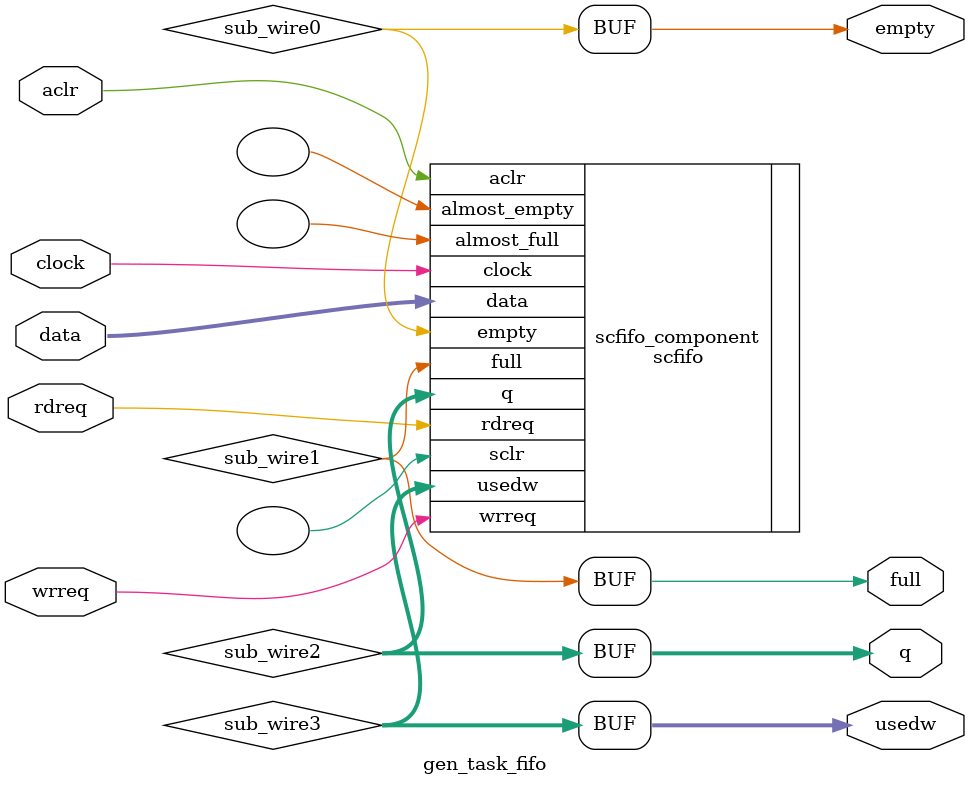
<source format=v>
module gen_task_fifo  #(
  parameter DWIDTH = 32,
  parameter AWIDTH = 8
)(
	aclr,
	clock,
	data,
	rdreq,
	wrreq,
	empty,
	full,
	q,
	usedw);
	input	  aclr;
	input	  clock;
	input	[DWIDTH-1:0]  data;
	input	  rdreq;
	input	  wrreq;
	output	  empty;
	output	  full;
	output	[DWIDTH-1:0]  q;
	output	[AWIDTH-1:0]  usedw;
	wire  sub_wire0;
	wire  sub_wire1;
	wire [DWIDTH-1:0] sub_wire2;
	wire [AWIDTH-1:0] sub_wire3;
	wire  empty = sub_wire0;
	wire  full = sub_wire1;
	wire [DWIDTH-1:0] q = sub_wire2[DWIDTH-1:0];
	wire [AWIDTH-1:0] usedw = sub_wire3[AWIDTH-1:0];
	scfifo	scfifo_component (
				.aclr (aclr),
				.clock (clock),
				.data (data),
				.rdreq (rdreq),
				.wrreq (wrreq),
				.empty (sub_wire0),
				.full (sub_wire1),
				.q (sub_wire2),
				.usedw (sub_wire3),
				.almost_empty (),
				.almost_full (),
				.sclr ());
	defparam
		scfifo_component.add_ram_output_register = "ON",
		scfifo_component.intended_device_family = "Cyclone IV GX",
		scfifo_component.lpm_numwords = 2**AWIDTH,
		scfifo_component.lpm_showahead = "ON",
		scfifo_component.lpm_type = "scfifo",
		scfifo_component.lpm_width = DWIDTH,
		scfifo_component.lpm_widthu = AWIDTH,
		scfifo_component.overflow_checking = "ON",
		scfifo_component.underflow_checking = "ON",
		scfifo_component.use_eab = "ON";
endmodule
</source>
